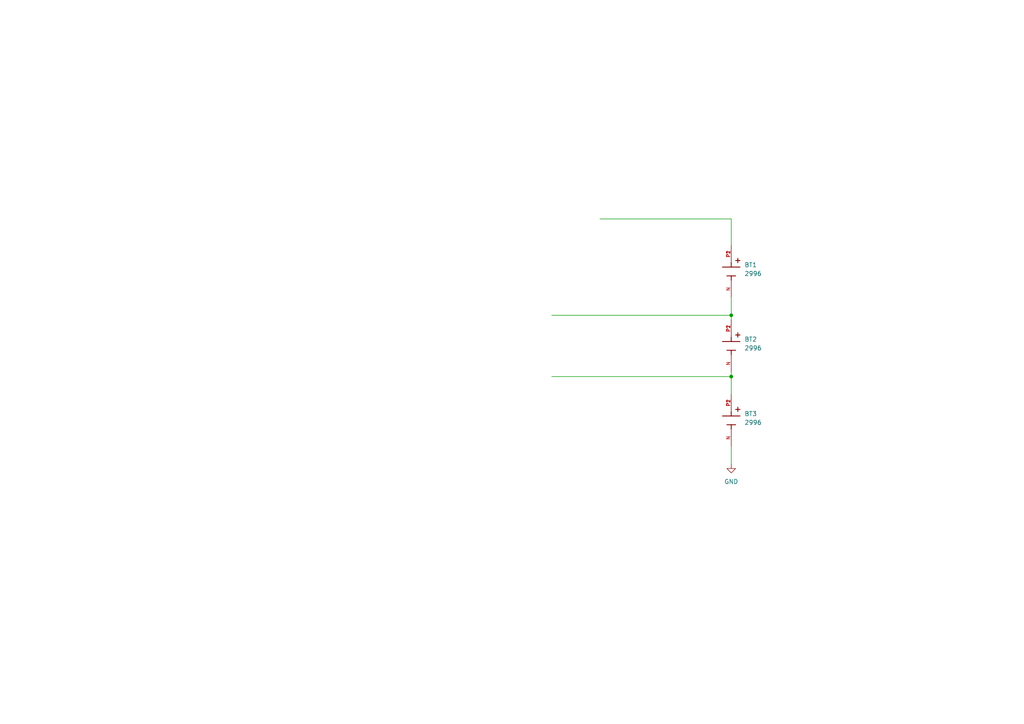
<source format=kicad_sch>
(kicad_sch (version 20231120) (generator "eeschema") (generator_version "8.0")
  (paper "A4")
  (lib_symbols
    (symbol "2996:2996" (pin_names (offset 1.016))
      (property "Reference" "BT" (at -3.81 3.81 0))
      (property "Value" "2996" (at -3.81 -5.08 0))
      (symbol "2996_0_0"
        (polyline (pts (xy -3.81 1.905) (xy -2.54 1.905)) (stroke (width 0.254)))
        (polyline (pts (xy -3.175 2.54) (xy -3.175 1.27)) (stroke (width 0.254)))
        (polyline (pts (xy -1.27 0) (xy -2.54 0)) (stroke (width 0.254)))
        (polyline (pts (xy -1.27 2.54) (xy -1.27 -2.54)) (stroke (width 0.254)))
        (polyline (pts (xy 1.27 0) (xy 2.54 0)) (stroke (width 0.254)))
        (polyline (pts (xy 1.27 1.27) (xy 1.27 -1.27)) (stroke (width 0.254)))
        (pin passive line (at 7.62 0 180) (length 5.08) (name "~") (number "N"))
        (pin passive line (at -7.62 0 0) (length 5.08) (name "~") (number "P1"))
        (pin passive line (at -7.62 0 0) (length 5.08) (name "~") (number "P2"))
      )
    )
    (symbol "power:GND" (power) (pin_numbers hide) (pin_names (offset 0) hide)
      (property "Value" "GND" (at 0 -3.81 0))
      (symbol "GND_0_1"
        (polyline (pts (xy 0 0) (xy 0 -1.27) (xy 1.27 -1.27) (xy 0 -2.54) (xy -1.27 -1.27) (xy 0 -1.27)))
      )
      (symbol "GND_1_1"
        (pin power_in line (at 0 0 270) (length 0) (name "~") (number "1"))
      )
    )
  )
  (junction (at 212.09 109.22))
  (junction (at 212.09 91.44))
  (wire (pts (xy 212.09 63.5) (xy 173.99 63.5)))
  (wire (pts (xy 212.09 92.71) (xy 212.09 91.44)))
  (wire (pts (xy 160.02 109.22) (xy 212.09 109.22)))
  (wire (pts (xy 160.02 91.44) (xy 212.09 91.44)))
  (wire (pts (xy 212.09 71.12) (xy 212.09 63.5)))
  (wire (pts (xy 212.09 129.54) (xy 212.09 134.62)))
  (wire (pts (xy 212.09 86.36) (xy 212.09 91.44)))
  (wire (pts (xy 212.09 107.95) (xy 212.09 109.22)))
  (wire (pts (xy 212.09 109.22) (xy 212.09 114.3)))
  (symbol (lib_id "power:GND") (at 212.09 134.62 0) (unit 1)
    (property "Reference" "#PWR01" (effects (hide yes)))
    (property "Value" "GND" (at 212.09 139.7 0))
    (property "Description" "Power symbol creates a global label with name \"GND\" , ground" (effects (hide yes)))
  )
  (symbol (lib_id "2996:2996") (at 212.09 100.33 270) (unit 1)
    (property "Reference" "BT2" (at 215.9 98.4249 90) (effects (justify left)))
    (property "Value" "2996" (at 215.9 100.9649 90) (effects (justify left)))
    (property "Footprint" "2996:BAT_2996" (effects (hide yes)))
    (property "MF" "Keystone Electronics" (effects (hide yes)))
    (property "MAXIMUM_PACKAGE_HEIGHT" "5.97 mm" (effects (hide yes)))
    (property "Package" "None" (effects (hide yes)))
    (property "Price" "None" (effects (hide yes)))
    (property "Check_prices" "https://www.snapeda.com/parts/2996/Keystone/view-part/?ref=eda" (effects (hide yes)))
    (property "STANDARD" "Manufacturer Recommendations" (effects (hide yes)))
    (property "PARTREV" "F" (effects (hide yes)))
    (property "SnapEDA_Link" "https://www.snapeda.com/parts/2996/Keystone/view-part/?ref=snap" (effects (hide yes)))
    (property "MP" "2996" (effects (hide yes)))
    (property "Description_1" "\n                        \n                            Battery Retainer; SMT; 11.6mm Coin Cell; Phosphor Bronze/Tin-Ni | Keystone Electronics 2996\n                        \n" (effects (hide yes)))
    (property "MANUFACTURER" "Keystone" (effects (hide yes)))
    (property "Availability" "In Stock" (effects (hide yes)))
    (property "SNAPEDA_PN" "2996TR" (effects (hide yes)))
  )
  (symbol (lib_id "2996:2996") (at 212.09 78.74 270) (unit 1)
    (property "Reference" "BT1" (at 215.9 76.8349 90) (effects (justify left)))
    (property "Value" "2996" (at 215.9 79.3749 90) (effects (justify left)))
    (property "Footprint" "2996:BAT_2996" (effects (hide yes)))
    (property "MF" "Keystone Electronics" (effects (hide yes)))
    (property "MAXIMUM_PACKAGE_HEIGHT" "5.97 mm" (effects (hide yes)))
    (property "Package" "None" (effects (hide yes)))
    (property "Price" "None" (effects (hide yes)))
    (property "Check_prices" "https://www.snapeda.com/parts/2996/Keystone/view-part/?ref=eda" (effects (hide yes)))
    (property "STANDARD" "Manufacturer Recommendations" (effects (hide yes)))
    (property "PARTREV" "F" (effects (hide yes)))
    (property "SnapEDA_Link" "https://www.snapeda.com/parts/2996/Keystone/view-part/?ref=snap" (effects (hide yes)))
    (property "MP" "2996" (effects (hide yes)))
    (property "Description_1" "\n                        \n                            Battery Retainer; SMT; 11.6mm Coin Cell; Phosphor Bronze/Tin-Ni | Keystone Electronics 2996\n                        \n" (effects (hide yes)))
    (property "MANUFACTURER" "Keystone" (effects (hide yes)))
    (property "Availability" "In Stock" (effects (hide yes)))
    (property "SNAPEDA_PN" "2996TR" (effects (hide yes)))
  )
  (symbol (lib_id "2996:2996") (at 212.09 121.92 270) (unit 1)
    (property "Reference" "BT3" (at 215.9 120.0149 90) (effects (justify left)))
    (property "Value" "2996" (at 215.9 122.5549 90) (effects (justify left)))
    (property "Footprint" "2996:BAT_2996" (effects (hide yes)))
    (property "MF" "Keystone Electronics" (effects (hide yes)))
    (property "MAXIMUM_PACKAGE_HEIGHT" "5.97 mm" (effects (hide yes)))
    (property "Package" "None" (effects (hide yes)))
    (property "Price" "None" (effects (hide yes)))
    (property "Check_prices" "https://www.snapeda.com/parts/2996/Keystone/view-part/?ref=eda" (effects (hide yes)))
    (property "STANDARD" "Manufacturer Recommendations" (effects (hide yes)))
    (property "PARTREV" "F" (effects (hide yes)))
    (property "SnapEDA_Link" "https://www.snapeda.com/parts/2996/Keystone/view-part/?ref=snap" (effects (hide yes)))
    (property "MP" "2996" (effects (hide yes)))
    (property "Description_1" "\n                        \n                            Battery Retainer; SMT; 11.6mm Coin Cell; Phosphor Bronze/Tin-Ni | Keystone Electronics 2996\n                        \n" (effects (hide yes)))
    (property "MANUFACTURER" "Keystone" (effects (hide yes)))
    (property "Availability" "In Stock" (effects (hide yes)))
    (property "SNAPEDA_PN" "2996TR" (effects (hide yes)))
  )
)
</source>
